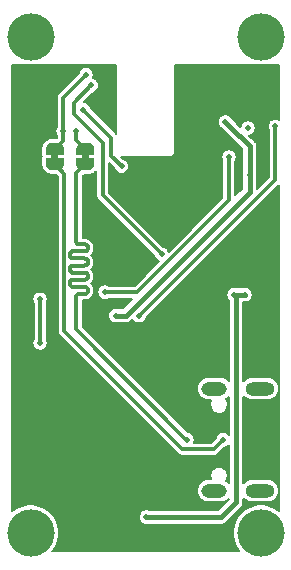
<source format=gbr>
G04 #@! TF.GenerationSoftware,KiCad,Pcbnew,(5.1.5-0-10_14)*
G04 #@! TF.CreationDate,2021-01-28T10:40:12+01:00*
G04 #@! TF.ProjectId,s1-popout-board,73312d70-6f70-46f7-9574-2d626f617264,2*
G04 #@! TF.SameCoordinates,Original*
G04 #@! TF.FileFunction,Copper,L2,Bot*
G04 #@! TF.FilePolarity,Positive*
%FSLAX46Y46*%
G04 Gerber Fmt 4.6, Leading zero omitted, Abs format (unit mm)*
G04 Created by KiCad (PCBNEW (5.1.5-0-10_14)) date 2021-01-28 10:40:12*
%MOMM*%
%LPD*%
G04 APERTURE LIST*
%ADD10C,0.100000*%
%ADD11O,2.158000X1.158000*%
%ADD12O,2.458000X1.158000*%
%ADD13C,4.000000*%
%ADD14C,0.500000*%
%ADD15C,0.300000*%
%ADD16C,0.450000*%
%ADD17C,0.200000*%
G04 APERTURE END LIST*
D10*
G36*
X99560000Y-53810000D02*
G01*
X99560000Y-54310000D01*
X98960000Y-54310000D01*
X98960000Y-53810000D01*
X99560000Y-53810000D01*
G37*
G36*
X102130000Y-53810000D02*
G01*
X102130000Y-54310000D01*
X101530000Y-54310000D01*
X101530000Y-53810000D01*
X102130000Y-53810000D01*
G37*
G04 #@! TA.AperFunction,SMDPad,CuDef*
G36*
X100010000Y-54210000D02*
G01*
X100010000Y-54710000D01*
X100009398Y-54710000D01*
X100009398Y-54734534D01*
X100004588Y-54783365D01*
X99995016Y-54831490D01*
X99980772Y-54878445D01*
X99961995Y-54923778D01*
X99938864Y-54967051D01*
X99911604Y-55007850D01*
X99880476Y-55045779D01*
X99845779Y-55080476D01*
X99807850Y-55111604D01*
X99767051Y-55138864D01*
X99723778Y-55161995D01*
X99678445Y-55180772D01*
X99631490Y-55195016D01*
X99583365Y-55204588D01*
X99534534Y-55209398D01*
X99510000Y-55209398D01*
X99510000Y-55210000D01*
X99010000Y-55210000D01*
X99010000Y-55209398D01*
X98985466Y-55209398D01*
X98936635Y-55204588D01*
X98888510Y-55195016D01*
X98841555Y-55180772D01*
X98796222Y-55161995D01*
X98752949Y-55138864D01*
X98712150Y-55111604D01*
X98674221Y-55080476D01*
X98639524Y-55045779D01*
X98608396Y-55007850D01*
X98581136Y-54967051D01*
X98558005Y-54923778D01*
X98539228Y-54878445D01*
X98524984Y-54831490D01*
X98515412Y-54783365D01*
X98510602Y-54734534D01*
X98510602Y-54710000D01*
X98510000Y-54710000D01*
X98510000Y-54210000D01*
X100010000Y-54210000D01*
G37*
G04 #@! TD.AperFunction*
G04 #@! TA.AperFunction,SMDPad,CuDef*
G36*
X98510602Y-53410000D02*
G01*
X98510602Y-53385466D01*
X98515412Y-53336635D01*
X98524984Y-53288510D01*
X98539228Y-53241555D01*
X98558005Y-53196222D01*
X98581136Y-53152949D01*
X98608396Y-53112150D01*
X98639524Y-53074221D01*
X98674221Y-53039524D01*
X98712150Y-53008396D01*
X98752949Y-52981136D01*
X98796222Y-52958005D01*
X98841555Y-52939228D01*
X98888510Y-52924984D01*
X98936635Y-52915412D01*
X98985466Y-52910602D01*
X99010000Y-52910602D01*
X99010000Y-52910000D01*
X99510000Y-52910000D01*
X99510000Y-52910602D01*
X99534534Y-52910602D01*
X99583365Y-52915412D01*
X99631490Y-52924984D01*
X99678445Y-52939228D01*
X99723778Y-52958005D01*
X99767051Y-52981136D01*
X99807850Y-53008396D01*
X99845779Y-53039524D01*
X99880476Y-53074221D01*
X99911604Y-53112150D01*
X99938864Y-53152949D01*
X99961995Y-53196222D01*
X99980772Y-53241555D01*
X99995016Y-53288510D01*
X100004588Y-53336635D01*
X100009398Y-53385466D01*
X100009398Y-53410000D01*
X100010000Y-53410000D01*
X100010000Y-53910000D01*
X98510000Y-53910000D01*
X98510000Y-53410000D01*
X98510602Y-53410000D01*
G37*
G04 #@! TD.AperFunction*
G04 #@! TA.AperFunction,SMDPad,CuDef*
G36*
X102580000Y-54210000D02*
G01*
X102580000Y-54710000D01*
X102579398Y-54710000D01*
X102579398Y-54734534D01*
X102574588Y-54783365D01*
X102565016Y-54831490D01*
X102550772Y-54878445D01*
X102531995Y-54923778D01*
X102508864Y-54967051D01*
X102481604Y-55007850D01*
X102450476Y-55045779D01*
X102415779Y-55080476D01*
X102377850Y-55111604D01*
X102337051Y-55138864D01*
X102293778Y-55161995D01*
X102248445Y-55180772D01*
X102201490Y-55195016D01*
X102153365Y-55204588D01*
X102104534Y-55209398D01*
X102080000Y-55209398D01*
X102080000Y-55210000D01*
X101580000Y-55210000D01*
X101580000Y-55209398D01*
X101555466Y-55209398D01*
X101506635Y-55204588D01*
X101458510Y-55195016D01*
X101411555Y-55180772D01*
X101366222Y-55161995D01*
X101322949Y-55138864D01*
X101282150Y-55111604D01*
X101244221Y-55080476D01*
X101209524Y-55045779D01*
X101178396Y-55007850D01*
X101151136Y-54967051D01*
X101128005Y-54923778D01*
X101109228Y-54878445D01*
X101094984Y-54831490D01*
X101085412Y-54783365D01*
X101080602Y-54734534D01*
X101080602Y-54710000D01*
X101080000Y-54710000D01*
X101080000Y-54210000D01*
X102580000Y-54210000D01*
G37*
G04 #@! TD.AperFunction*
G04 #@! TA.AperFunction,SMDPad,CuDef*
G36*
X101080602Y-53410000D02*
G01*
X101080602Y-53385466D01*
X101085412Y-53336635D01*
X101094984Y-53288510D01*
X101109228Y-53241555D01*
X101128005Y-53196222D01*
X101151136Y-53152949D01*
X101178396Y-53112150D01*
X101209524Y-53074221D01*
X101244221Y-53039524D01*
X101282150Y-53008396D01*
X101322949Y-52981136D01*
X101366222Y-52958005D01*
X101411555Y-52939228D01*
X101458510Y-52924984D01*
X101506635Y-52915412D01*
X101555466Y-52910602D01*
X101580000Y-52910602D01*
X101580000Y-52910000D01*
X102080000Y-52910000D01*
X102080000Y-52910602D01*
X102104534Y-52910602D01*
X102153365Y-52915412D01*
X102201490Y-52924984D01*
X102248445Y-52939228D01*
X102293778Y-52958005D01*
X102337051Y-52981136D01*
X102377850Y-53008396D01*
X102415779Y-53039524D01*
X102450476Y-53074221D01*
X102481604Y-53112150D01*
X102508864Y-53152949D01*
X102531995Y-53196222D01*
X102550772Y-53241555D01*
X102565016Y-53288510D01*
X102574588Y-53336635D01*
X102579398Y-53385466D01*
X102579398Y-53410000D01*
X102580000Y-53410000D01*
X102580000Y-53910000D01*
X101080000Y-53910000D01*
X101080000Y-53410000D01*
X101080602Y-53410000D01*
G37*
G04 #@! TD.AperFunction*
D11*
X112770999Y-73730399D03*
D12*
X116596000Y-73729999D03*
D11*
X112770999Y-82370002D03*
D12*
X116596000Y-82370002D03*
D13*
X97200000Y-43950000D03*
X116700000Y-43950000D03*
X116700000Y-85925000D03*
X97200000Y-85925000D03*
D14*
X115600000Y-51650000D03*
X102800000Y-46700000D03*
X112200000Y-46600000D03*
X117400000Y-46900000D03*
X114900000Y-46600000D03*
X117750000Y-49100000D03*
X117150000Y-62400000D03*
X117150000Y-64050000D03*
X113620000Y-61680000D03*
X117200000Y-67600000D03*
X117200000Y-69350000D03*
X112800000Y-69750000D03*
X112400000Y-66400000D03*
X102200000Y-75150000D03*
X108070000Y-71880000D03*
X106060000Y-71880000D03*
X102200000Y-73250000D03*
X97350000Y-76800000D03*
X97350000Y-79200000D03*
X96700000Y-72800000D03*
X96580000Y-65870000D03*
X96950000Y-60700000D03*
X97000000Y-55600000D03*
X97400000Y-51250000D03*
X106950000Y-57250000D03*
X106760000Y-59360000D03*
X109320000Y-60600000D03*
X104950000Y-63250000D03*
X105530000Y-79310000D03*
X100800000Y-79100000D03*
X117150000Y-80900000D03*
X117050000Y-78050000D03*
X117050000Y-75250000D03*
X113550000Y-86750000D03*
X107400000Y-86850000D03*
X101550000Y-86950000D03*
X96200000Y-83100000D03*
X101670000Y-82900000D03*
X104280000Y-82990000D03*
X110500000Y-81600000D03*
X113550000Y-79750000D03*
X113550000Y-76450000D03*
X96250000Y-46700000D03*
X99550000Y-46700000D03*
X110900000Y-50850000D03*
X108050000Y-78300000D03*
X108800000Y-79050000D03*
X104300000Y-75150000D03*
X104950000Y-61550000D03*
X108850000Y-67550000D03*
X112300000Y-72100000D03*
X110160000Y-74390000D03*
X99120000Y-52300000D03*
X115790000Y-59780000D03*
X117260000Y-53290000D03*
X98000000Y-69850000D03*
X98000000Y-66150000D03*
X101900000Y-47150000D03*
X99950000Y-51900000D03*
X101050000Y-51900000D03*
X102350000Y-48050000D03*
X108290000Y-62340000D03*
X107000000Y-84600000D03*
X114414998Y-65770000D03*
X115350000Y-65770000D03*
X115750000Y-55610002D03*
X104400000Y-67550000D03*
X113700000Y-51150000D03*
X114000000Y-54100000D03*
X103500000Y-65550000D03*
X106400000Y-67550000D03*
X117930000Y-51510004D03*
X101650000Y-50100000D03*
X104899992Y-54900000D03*
X113500000Y-78050000D03*
X110450000Y-78050000D03*
D15*
X98000000Y-69850000D02*
X98000000Y-66150000D01*
X99950000Y-49100000D02*
X99950000Y-51900000D01*
X101900000Y-47150000D02*
X99950000Y-49100000D01*
X99950000Y-52720000D02*
X99260000Y-53410000D01*
X99950000Y-51900000D02*
X99950000Y-52720000D01*
X101050000Y-51930000D02*
X101050000Y-51900000D01*
X101050000Y-52630000D02*
X101050000Y-51930000D01*
X101830000Y-53410000D02*
X101050000Y-52630000D01*
X100850000Y-49550000D02*
X102350000Y-48050000D01*
X100850000Y-50450000D02*
X100850000Y-49550000D01*
X103300000Y-52900000D02*
X100850000Y-50450000D01*
X103300000Y-57350000D02*
X103300000Y-52900000D01*
X108290000Y-62340000D02*
X103300000Y-57350000D01*
D16*
X114600000Y-83350000D02*
X114600000Y-65955002D01*
X113350000Y-84600000D02*
X114600000Y-83350000D01*
X114600000Y-65955002D02*
X114414998Y-65770000D01*
X107000000Y-84600000D02*
X113350000Y-84600000D01*
X114414998Y-65770000D02*
X115350000Y-65770000D01*
X115750000Y-56034266D02*
X115750000Y-55610002D01*
X115750000Y-57050000D02*
X115750000Y-56034266D01*
X105250000Y-67550000D02*
X115750000Y-57050000D01*
X104400000Y-67550000D02*
X105250000Y-67550000D01*
X115750000Y-55610002D02*
X115750000Y-53200000D01*
X113999999Y-51449999D02*
X113700000Y-51150000D01*
X115750000Y-53200000D02*
X113999999Y-51449999D01*
D15*
X114000000Y-57788004D02*
X106238004Y-65550000D01*
X103924264Y-65550000D02*
X103500000Y-65550000D01*
X114000000Y-54100000D02*
X114000000Y-57788004D01*
X106238004Y-65550000D02*
X103924264Y-65550000D01*
X106400000Y-67550000D02*
X117930000Y-56020000D01*
X117930000Y-56020000D02*
X117930000Y-51510004D01*
X104050000Y-52500000D02*
X104050000Y-54050008D01*
X104050000Y-54050008D02*
X104899992Y-54900000D01*
X101650000Y-50100000D02*
X104050000Y-52500000D01*
X100070000Y-68870000D02*
X100070000Y-55520000D01*
X110050000Y-78850000D02*
X100070000Y-68870000D01*
X100070000Y-55520000D02*
X99260000Y-54710000D01*
X112700000Y-78850000D02*
X110050000Y-78850000D01*
X113500000Y-78050000D02*
X112700000Y-78850000D01*
X101050000Y-61200000D02*
X101050000Y-55490000D01*
X101057521Y-61266756D02*
X101050000Y-61200000D01*
X101115450Y-61387046D02*
X101079709Y-61330165D01*
X101219834Y-61470290D02*
X101162953Y-61434549D01*
X101816756Y-61507521D02*
X101750000Y-61500000D01*
X101283243Y-61492478D02*
X101219834Y-61470290D01*
X101937046Y-61565450D02*
X101880165Y-61529709D01*
X102020290Y-61669834D02*
X101984549Y-61612953D01*
X102042478Y-61733243D02*
X102020290Y-61669834D01*
X102050000Y-61800000D02*
X102042478Y-61733243D01*
X102042478Y-61866756D02*
X102050000Y-61800000D01*
X101984549Y-61987046D02*
X102020290Y-61930165D01*
X101816756Y-62092478D02*
X101880165Y-62070290D01*
X101750000Y-62100000D02*
X101816756Y-62092478D01*
X100744370Y-62106268D02*
X100800000Y-62100000D01*
X100604543Y-62194127D02*
X100644128Y-62154542D01*
X100574758Y-62241529D02*
X100604543Y-62194127D01*
X101880165Y-62070290D02*
X101937046Y-62034549D01*
X100556269Y-62294369D02*
X100574758Y-62241529D01*
X102020290Y-65530165D02*
X102042478Y-65466756D01*
X100556269Y-62505630D02*
X100550000Y-62450000D01*
X100550000Y-62350000D02*
X100556269Y-62294369D01*
X100550000Y-62450000D02*
X100550000Y-62350000D01*
X102020290Y-65269834D02*
X101984549Y-65212953D01*
X100574758Y-62558470D02*
X100556269Y-62505630D01*
X100604543Y-62605872D02*
X100574758Y-62558470D01*
X100644128Y-62645457D02*
X100604543Y-62605872D01*
X100556269Y-64905630D02*
X100550000Y-64850000D01*
X100744370Y-62693731D02*
X100691530Y-62675242D01*
X101750000Y-61500000D02*
X101350000Y-61500000D01*
X100800000Y-62700000D02*
X100744370Y-62693731D01*
X100604543Y-65005872D02*
X100574758Y-64958470D01*
X100691530Y-63875242D02*
X100644128Y-63845457D01*
X101816756Y-62707521D02*
X101750000Y-62700000D01*
X100574758Y-64958470D02*
X100556269Y-64905630D01*
X102042478Y-62933243D02*
X102020290Y-62869834D01*
X101880165Y-62729709D02*
X101816756Y-62707521D01*
X102050000Y-63000000D02*
X102042478Y-62933243D01*
X101937046Y-62034549D02*
X101984549Y-61987046D01*
X100691530Y-63324757D02*
X100744370Y-63306268D01*
X102042478Y-63066756D02*
X102050000Y-63000000D01*
X101984549Y-63187046D02*
X102020290Y-63130165D01*
X100744370Y-63306268D02*
X100800000Y-63300000D01*
X100604543Y-63394127D02*
X100644128Y-63354542D01*
X100644128Y-62154542D02*
X100691530Y-62124757D01*
X100574758Y-63441529D02*
X100604543Y-63394127D01*
X100556269Y-63494369D02*
X100574758Y-63441529D01*
X100550000Y-63550000D02*
X100556269Y-63494369D01*
X100550000Y-63650000D02*
X100550000Y-63550000D01*
X102020290Y-61930165D02*
X102042478Y-61866756D01*
X100556269Y-63705630D02*
X100550000Y-63650000D01*
X100800000Y-62100000D02*
X101750000Y-62100000D01*
X101984549Y-62812953D02*
X101937046Y-62765450D01*
X100604543Y-63805872D02*
X100574758Y-63758470D01*
X101937046Y-62765450D02*
X101880165Y-62729709D01*
X100800000Y-63900000D02*
X100744370Y-63893731D01*
X101750000Y-63900000D02*
X100800000Y-63900000D01*
X100644128Y-63845457D02*
X100604543Y-63805872D01*
X101880165Y-63929709D02*
X101816756Y-63907521D01*
X101937046Y-63234549D02*
X101984549Y-63187046D01*
X100644128Y-63354542D02*
X100691530Y-63324757D01*
X101984549Y-64012953D02*
X101937046Y-63965450D01*
X101079709Y-61330165D02*
X101057521Y-61266756D01*
X102042478Y-64133243D02*
X102020290Y-64069834D01*
X100691530Y-65075242D02*
X100644128Y-65045457D01*
X102042478Y-64266756D02*
X102050000Y-64200000D01*
X101984549Y-64387046D02*
X102020290Y-64330165D01*
X101937046Y-64434549D02*
X101984549Y-64387046D01*
X100800000Y-63300000D02*
X101750000Y-63300000D01*
X100644128Y-64554542D02*
X100691530Y-64524757D01*
X101880165Y-64470290D02*
X101937046Y-64434549D01*
X100800000Y-64500000D02*
X101750000Y-64500000D01*
X102020290Y-64330165D02*
X102042478Y-64266756D01*
X101880165Y-61529709D02*
X101816756Y-61507521D01*
X101750000Y-64500000D02*
X101816756Y-64492478D01*
X110450000Y-78050000D02*
X110400000Y-78050000D01*
X101162953Y-61434549D02*
X101115450Y-61387046D01*
X101880165Y-65670290D02*
X101937046Y-65634549D01*
X100691530Y-62124757D02*
X100744370Y-62106268D01*
X100744370Y-64506268D02*
X100800000Y-64500000D01*
X110400000Y-78050000D02*
X101050000Y-68700000D01*
X100691530Y-64524757D02*
X100744370Y-64506268D01*
X101816756Y-64492478D02*
X101880165Y-64470290D01*
X100644128Y-65045457D02*
X100604543Y-65005872D01*
X101984549Y-61612953D02*
X101937046Y-61565450D01*
X100574758Y-64641529D02*
X100604543Y-64594127D01*
X100574758Y-63758470D02*
X100556269Y-63705630D01*
X100550000Y-64850000D02*
X100550000Y-64750000D01*
X101816756Y-63907521D02*
X101750000Y-63900000D01*
X102042478Y-65466756D02*
X102050000Y-65400000D01*
X101750000Y-62700000D02*
X100800000Y-62700000D01*
X100550000Y-64750000D02*
X100556269Y-64694369D01*
X101750000Y-63300000D02*
X101816756Y-63292478D01*
X101816756Y-65107521D02*
X101750000Y-65100000D01*
X100604543Y-64594127D02*
X100644128Y-64554542D01*
X101079709Y-65869834D02*
X101115450Y-65812953D01*
X100800000Y-65100000D02*
X100744370Y-65093731D01*
X101750000Y-65100000D02*
X100800000Y-65100000D01*
X101880165Y-65129709D02*
X101816756Y-65107521D01*
X101880165Y-63270290D02*
X101937046Y-63234549D01*
X101816756Y-63292478D02*
X101880165Y-63270290D01*
X101050000Y-55490000D02*
X101830000Y-54710000D01*
X101750000Y-65700000D02*
X101816756Y-65692478D01*
X101937046Y-65165450D02*
X101880165Y-65129709D01*
X102020290Y-64069834D02*
X101984549Y-64012953D01*
X101937046Y-65634549D02*
X101984549Y-65587046D01*
X102042478Y-65333243D02*
X102020290Y-65269834D01*
X100744370Y-65093731D02*
X100691530Y-65075242D01*
X101984549Y-65587046D02*
X102020290Y-65530165D01*
X101350000Y-61500000D02*
X101283243Y-61492478D01*
X101984549Y-65212953D02*
X101937046Y-65165450D01*
X102020290Y-63130165D02*
X102042478Y-63066756D01*
X100556269Y-64694369D02*
X100574758Y-64641529D01*
X101816756Y-65692478D02*
X101880165Y-65670290D01*
X101350000Y-65700000D02*
X101750000Y-65700000D01*
X101283243Y-65707521D02*
X101350000Y-65700000D01*
X100691530Y-62675242D02*
X100644128Y-62645457D01*
X100744370Y-63893731D02*
X100691530Y-63875242D01*
X101219834Y-65729709D02*
X101283243Y-65707521D01*
X102050000Y-65400000D02*
X102042478Y-65333243D01*
X101050000Y-68700000D02*
X101050000Y-66000000D01*
X101162953Y-65765450D02*
X101219834Y-65729709D01*
X101057521Y-65933243D02*
X101079709Y-65869834D01*
X102020290Y-62869834D02*
X101984549Y-62812953D01*
X101937046Y-63965450D02*
X101880165Y-63929709D01*
X101050000Y-66000000D02*
X101057521Y-65933243D01*
X102050000Y-64200000D02*
X102042478Y-64133243D01*
X101115450Y-65812953D02*
X101162953Y-65765450D01*
D17*
G36*
X96963621Y-46350000D02*
G01*
X97436379Y-46350000D01*
X97687748Y-46300000D01*
X104475000Y-46300000D01*
X104475001Y-52150896D01*
X104458013Y-52130196D01*
X104440790Y-52109210D01*
X104419804Y-52091987D01*
X102284159Y-49956342D01*
X102275021Y-49910402D01*
X102226022Y-49792110D01*
X102154888Y-49685649D01*
X102064351Y-49595112D01*
X101957890Y-49523978D01*
X101839598Y-49474979D01*
X101725528Y-49452289D01*
X102493659Y-48684159D01*
X102539598Y-48675021D01*
X102657890Y-48626022D01*
X102764351Y-48554888D01*
X102854888Y-48464351D01*
X102926022Y-48357890D01*
X102975021Y-48239598D01*
X103000000Y-48114019D01*
X103000000Y-47985981D01*
X102975021Y-47860402D01*
X102926022Y-47742110D01*
X102854888Y-47635649D01*
X102764351Y-47545112D01*
X102657890Y-47473978D01*
X102539598Y-47424979D01*
X102493456Y-47415801D01*
X102525021Y-47339598D01*
X102550000Y-47214019D01*
X102550000Y-47085981D01*
X102525021Y-46960402D01*
X102476022Y-46842110D01*
X102404888Y-46735649D01*
X102314351Y-46645112D01*
X102207890Y-46573978D01*
X102089598Y-46524979D01*
X101964019Y-46500000D01*
X101835981Y-46500000D01*
X101710402Y-46524979D01*
X101592110Y-46573978D01*
X101485649Y-46645112D01*
X101395112Y-46735649D01*
X101323978Y-46842110D01*
X101274979Y-46960402D01*
X101265841Y-47006341D01*
X99580196Y-48691987D01*
X99559210Y-48709210D01*
X99490479Y-48792958D01*
X99439408Y-48888507D01*
X99407958Y-48992182D01*
X99400000Y-49072983D01*
X99400000Y-49072992D01*
X99397340Y-49100000D01*
X99400000Y-49127008D01*
X99400001Y-51553163D01*
X99373978Y-51592110D01*
X99324979Y-51710402D01*
X99300000Y-51835981D01*
X99300000Y-51964019D01*
X99324979Y-52089598D01*
X99373978Y-52207890D01*
X99400000Y-52246835D01*
X99400000Y-52492182D01*
X99384117Y-52508065D01*
X99010000Y-52508065D01*
X98985551Y-52510473D01*
X98960991Y-52510473D01*
X98882578Y-52518196D01*
X98786445Y-52537318D01*
X98711046Y-52560190D01*
X98620490Y-52597699D01*
X98550999Y-52634842D01*
X98469500Y-52689298D01*
X98408592Y-52739284D01*
X98339284Y-52808592D01*
X98289298Y-52869500D01*
X98234842Y-52950999D01*
X98197699Y-53020490D01*
X98160190Y-53111046D01*
X98137318Y-53186445D01*
X98118196Y-53282578D01*
X98110473Y-53360991D01*
X98110473Y-53385551D01*
X98108065Y-53410000D01*
X98108065Y-53910000D01*
X98115788Y-53988414D01*
X98137503Y-54060000D01*
X98115788Y-54131586D01*
X98108065Y-54210000D01*
X98108065Y-54710000D01*
X98110473Y-54734449D01*
X98110473Y-54759009D01*
X98118196Y-54837422D01*
X98137318Y-54933555D01*
X98160190Y-55008954D01*
X98197699Y-55099510D01*
X98234842Y-55169001D01*
X98289298Y-55250500D01*
X98339284Y-55311408D01*
X98408592Y-55380716D01*
X98469500Y-55430702D01*
X98550999Y-55485158D01*
X98620490Y-55522301D01*
X98711046Y-55559810D01*
X98786445Y-55582682D01*
X98882578Y-55601804D01*
X98960991Y-55609527D01*
X98985551Y-55609527D01*
X99010000Y-55611935D01*
X99384117Y-55611935D01*
X99520001Y-55747819D01*
X99520000Y-68842992D01*
X99517340Y-68870000D01*
X99520000Y-68897008D01*
X99520000Y-68897017D01*
X99527958Y-68977818D01*
X99559408Y-69081493D01*
X99610479Y-69177042D01*
X99679210Y-69260790D01*
X99700196Y-69278013D01*
X109641992Y-79219810D01*
X109659210Y-79240790D01*
X109680190Y-79258008D01*
X109680195Y-79258013D01*
X109732097Y-79300607D01*
X109742958Y-79309521D01*
X109838506Y-79360592D01*
X109942181Y-79392042D01*
X110022982Y-79400000D01*
X110022991Y-79400000D01*
X110049999Y-79402660D01*
X110077007Y-79400000D01*
X112672992Y-79400000D01*
X112700000Y-79402660D01*
X112727008Y-79400000D01*
X112727018Y-79400000D01*
X112807819Y-79392042D01*
X112911494Y-79360592D01*
X113007042Y-79309521D01*
X113090790Y-79240790D01*
X113108013Y-79219804D01*
X113643659Y-78684159D01*
X113689598Y-78675021D01*
X113807890Y-78626022D01*
X113914351Y-78554888D01*
X113975000Y-78494239D01*
X113975000Y-81684625D01*
X113966605Y-81674396D01*
X113817533Y-81552055D01*
X113723921Y-81502018D01*
X113796487Y-81393416D01*
X113851139Y-81261475D01*
X113879000Y-81121406D01*
X113879000Y-80978594D01*
X113851139Y-80838525D01*
X113796487Y-80706584D01*
X113717144Y-80587839D01*
X113616161Y-80486856D01*
X113497416Y-80407513D01*
X113365475Y-80352861D01*
X113225406Y-80325000D01*
X113082594Y-80325000D01*
X112942525Y-80352861D01*
X112810584Y-80407513D01*
X112691839Y-80486856D01*
X112590856Y-80587839D01*
X112511513Y-80706584D01*
X112456861Y-80838525D01*
X112429000Y-80978594D01*
X112429000Y-81121406D01*
X112456861Y-81261475D01*
X112510513Y-81391002D01*
X112222913Y-81391002D01*
X112079082Y-81405168D01*
X111894540Y-81461148D01*
X111724465Y-81552055D01*
X111575393Y-81674396D01*
X111453052Y-81823468D01*
X111362145Y-81993543D01*
X111306165Y-82178085D01*
X111287263Y-82370002D01*
X111306165Y-82561919D01*
X111362145Y-82746461D01*
X111453052Y-82916536D01*
X111575393Y-83065608D01*
X111724465Y-83187949D01*
X111894540Y-83278856D01*
X112079082Y-83334836D01*
X112222913Y-83349002D01*
X113319085Y-83349002D01*
X113462916Y-83334836D01*
X113647458Y-83278856D01*
X113817533Y-83187949D01*
X113966605Y-83065608D01*
X113975000Y-83055379D01*
X113975000Y-83091117D01*
X113091118Y-83975000D01*
X107189649Y-83975000D01*
X107189598Y-83974979D01*
X107064019Y-83950000D01*
X106935981Y-83950000D01*
X106810402Y-83974979D01*
X106692110Y-84023978D01*
X106585649Y-84095112D01*
X106495112Y-84185649D01*
X106423978Y-84292110D01*
X106374979Y-84410402D01*
X106350000Y-84535981D01*
X106350000Y-84664019D01*
X106374979Y-84789598D01*
X106423978Y-84907890D01*
X106495112Y-85014351D01*
X106585649Y-85104888D01*
X106692110Y-85176022D01*
X106810402Y-85225021D01*
X106935981Y-85250000D01*
X107064019Y-85250000D01*
X107189598Y-85225021D01*
X107189649Y-85225000D01*
X113319306Y-85225000D01*
X113350000Y-85228023D01*
X113380694Y-85225000D01*
X113380704Y-85225000D01*
X113472521Y-85215957D01*
X113590334Y-85180219D01*
X113698911Y-85122183D01*
X113794080Y-85044080D01*
X113813658Y-85020224D01*
X115020230Y-83813653D01*
X115044080Y-83794080D01*
X115122183Y-83698911D01*
X115180219Y-83590334D01*
X115215957Y-83472521D01*
X115225000Y-83380704D01*
X115225000Y-83380694D01*
X115228023Y-83350000D01*
X115225000Y-83319306D01*
X115225000Y-83034666D01*
X115250394Y-83065608D01*
X115399466Y-83187949D01*
X115569541Y-83278856D01*
X115754083Y-83334836D01*
X115897914Y-83349002D01*
X117294086Y-83349002D01*
X117437917Y-83334836D01*
X117622459Y-83278856D01*
X117792534Y-83187949D01*
X117941606Y-83065608D01*
X118063947Y-82916536D01*
X118154854Y-82746461D01*
X118210834Y-82561919D01*
X118229736Y-82370002D01*
X118210834Y-82178085D01*
X118154854Y-81993543D01*
X118063947Y-81823468D01*
X117941606Y-81674396D01*
X117792534Y-81552055D01*
X117622459Y-81461148D01*
X117437917Y-81405168D01*
X117294086Y-81391002D01*
X115897914Y-81391002D01*
X115754083Y-81405168D01*
X115569541Y-81461148D01*
X115399466Y-81552055D01*
X115250394Y-81674396D01*
X115225000Y-81705338D01*
X115225000Y-74394663D01*
X115250394Y-74425605D01*
X115399466Y-74547946D01*
X115569541Y-74638853D01*
X115754083Y-74694833D01*
X115897914Y-74708999D01*
X117294086Y-74708999D01*
X117437917Y-74694833D01*
X117622459Y-74638853D01*
X117792534Y-74547946D01*
X117941606Y-74425605D01*
X118063947Y-74276533D01*
X118154854Y-74106458D01*
X118210834Y-73921916D01*
X118229736Y-73729999D01*
X118210834Y-73538082D01*
X118154854Y-73353540D01*
X118063947Y-73183465D01*
X117941606Y-73034393D01*
X117792534Y-72912052D01*
X117622459Y-72821145D01*
X117437917Y-72765165D01*
X117294086Y-72750999D01*
X115897914Y-72750999D01*
X115754083Y-72765165D01*
X115569541Y-72821145D01*
X115399466Y-72912052D01*
X115250394Y-73034393D01*
X115225000Y-73065335D01*
X115225000Y-66407870D01*
X115285981Y-66420000D01*
X115414019Y-66420000D01*
X115539598Y-66395021D01*
X115657890Y-66346022D01*
X115764351Y-66274888D01*
X115854888Y-66184351D01*
X115926022Y-66077890D01*
X115975021Y-65959598D01*
X116000000Y-65834019D01*
X116000000Y-65705981D01*
X115975021Y-65580402D01*
X115926022Y-65462110D01*
X115854888Y-65355649D01*
X115764351Y-65265112D01*
X115657890Y-65193978D01*
X115539598Y-65144979D01*
X115414019Y-65120000D01*
X115285981Y-65120000D01*
X115160402Y-65144979D01*
X115160351Y-65145000D01*
X114604647Y-65145000D01*
X114604596Y-65144979D01*
X114479017Y-65120000D01*
X114350979Y-65120000D01*
X114225400Y-65144979D01*
X114107108Y-65193978D01*
X114000647Y-65265112D01*
X113910110Y-65355649D01*
X113838976Y-65462110D01*
X113789977Y-65580402D01*
X113764998Y-65705981D01*
X113764998Y-65834019D01*
X113789977Y-65959598D01*
X113838976Y-66077890D01*
X113910110Y-66184351D01*
X113975001Y-66249242D01*
X113975001Y-73045023D01*
X113966605Y-73034793D01*
X113817533Y-72912452D01*
X113647458Y-72821545D01*
X113462916Y-72765565D01*
X113319085Y-72751399D01*
X112222913Y-72751399D01*
X112079082Y-72765565D01*
X111894540Y-72821545D01*
X111724465Y-72912452D01*
X111575393Y-73034793D01*
X111453052Y-73183865D01*
X111362145Y-73353940D01*
X111306165Y-73538482D01*
X111287263Y-73730399D01*
X111306165Y-73922316D01*
X111362145Y-74106858D01*
X111453052Y-74276933D01*
X111575393Y-74426005D01*
X111724465Y-74548346D01*
X111894540Y-74639253D01*
X112079082Y-74695233D01*
X112222913Y-74709399D01*
X112469365Y-74709399D01*
X112439492Y-74807877D01*
X112429001Y-74914395D01*
X112429001Y-75185608D01*
X112439492Y-75292126D01*
X112480948Y-75428789D01*
X112548270Y-75554738D01*
X112638870Y-75665133D01*
X112749265Y-75755732D01*
X112875214Y-75823054D01*
X113011877Y-75864510D01*
X113154001Y-75878508D01*
X113296126Y-75864510D01*
X113432789Y-75823054D01*
X113558738Y-75755732D01*
X113669133Y-75665133D01*
X113759732Y-75554738D01*
X113827054Y-75428788D01*
X113868510Y-75292125D01*
X113879001Y-75185607D01*
X113879001Y-74914394D01*
X113868510Y-74807876D01*
X113827054Y-74671213D01*
X113773858Y-74571691D01*
X113817533Y-74548346D01*
X113966605Y-74426005D01*
X113975001Y-74415775D01*
X113975000Y-77605761D01*
X113914351Y-77545112D01*
X113807890Y-77473978D01*
X113689598Y-77424979D01*
X113564019Y-77400000D01*
X113435981Y-77400000D01*
X113310402Y-77424979D01*
X113192110Y-77473978D01*
X113085649Y-77545112D01*
X112995112Y-77635649D01*
X112923978Y-77742110D01*
X112874979Y-77860402D01*
X112865841Y-77906341D01*
X112472183Y-78300000D01*
X111050001Y-78300000D01*
X111075021Y-78239598D01*
X111100000Y-78114019D01*
X111100000Y-77985981D01*
X111075021Y-77860402D01*
X111026022Y-77742110D01*
X110954888Y-77635649D01*
X110864351Y-77545112D01*
X110757890Y-77473978D01*
X110639598Y-77424979D01*
X110531243Y-77403426D01*
X101600000Y-68472183D01*
X101600000Y-66250000D01*
X101699728Y-66250000D01*
X101703552Y-66250705D01*
X101753801Y-66250000D01*
X101777018Y-66250000D01*
X101780875Y-66249620D01*
X101784735Y-66249566D01*
X101807717Y-66246976D01*
X101857819Y-66242042D01*
X101860905Y-66241106D01*
X101894014Y-66239712D01*
X101939151Y-66228741D01*
X101984589Y-66219038D01*
X102016618Y-66205241D01*
X102043612Y-66195796D01*
X102077257Y-66186612D01*
X102118812Y-66165877D01*
X102160960Y-66146303D01*
X102189124Y-66125719D01*
X102213325Y-66110512D01*
X102244088Y-66094070D01*
X102280009Y-66064590D01*
X102316724Y-66036144D01*
X102339594Y-66009818D01*
X102359818Y-65989594D01*
X102386144Y-65966724D01*
X102414597Y-65929999D01*
X102444069Y-65894088D01*
X102460508Y-65863333D01*
X102475719Y-65839124D01*
X102496303Y-65810960D01*
X102515873Y-65768820D01*
X102536612Y-65727257D01*
X102545797Y-65693609D01*
X102555240Y-65666622D01*
X102569038Y-65634589D01*
X102578741Y-65589151D01*
X102589712Y-65544014D01*
X102591179Y-65509172D01*
X102594383Y-65480740D01*
X102600705Y-65446448D01*
X102600053Y-65400000D01*
X102600705Y-65353553D01*
X102594382Y-65319257D01*
X102591179Y-65290829D01*
X102589712Y-65255985D01*
X102578743Y-65210855D01*
X102569039Y-65165411D01*
X102555239Y-65133374D01*
X102545797Y-65106390D01*
X102536612Y-65072742D01*
X102515873Y-65031179D01*
X102496303Y-64989039D01*
X102475719Y-64960875D01*
X102460508Y-64936666D01*
X102444069Y-64905911D01*
X102414597Y-64870000D01*
X102386144Y-64833275D01*
X102359818Y-64810405D01*
X102349413Y-64800000D01*
X102359818Y-64789594D01*
X102386144Y-64766724D01*
X102414597Y-64729999D01*
X102444069Y-64694088D01*
X102460508Y-64663333D01*
X102475719Y-64639124D01*
X102496303Y-64610960D01*
X102515873Y-64568820D01*
X102536612Y-64527257D01*
X102545797Y-64493609D01*
X102555240Y-64466622D01*
X102569038Y-64434589D01*
X102578741Y-64389151D01*
X102589712Y-64344014D01*
X102591179Y-64309172D01*
X102594383Y-64280740D01*
X102600705Y-64246448D01*
X102600053Y-64200000D01*
X102600705Y-64153553D01*
X102594382Y-64119257D01*
X102591179Y-64090829D01*
X102589712Y-64055985D01*
X102578743Y-64010855D01*
X102569039Y-63965411D01*
X102555239Y-63933374D01*
X102545797Y-63906390D01*
X102536612Y-63872742D01*
X102515873Y-63831179D01*
X102496303Y-63789039D01*
X102475719Y-63760875D01*
X102460508Y-63736666D01*
X102444069Y-63705911D01*
X102414597Y-63670000D01*
X102386144Y-63633275D01*
X102359818Y-63610405D01*
X102349413Y-63600000D01*
X102359818Y-63589594D01*
X102386144Y-63566724D01*
X102414597Y-63529999D01*
X102444069Y-63494088D01*
X102460508Y-63463333D01*
X102475719Y-63439124D01*
X102496303Y-63410960D01*
X102515873Y-63368820D01*
X102536612Y-63327257D01*
X102545797Y-63293609D01*
X102555240Y-63266622D01*
X102569038Y-63234589D01*
X102578741Y-63189151D01*
X102589712Y-63144014D01*
X102591179Y-63109172D01*
X102594383Y-63080740D01*
X102600705Y-63046448D01*
X102600053Y-63000001D01*
X102600705Y-62953553D01*
X102594382Y-62919257D01*
X102591179Y-62890829D01*
X102589712Y-62855985D01*
X102578743Y-62810855D01*
X102569039Y-62765411D01*
X102555239Y-62733374D01*
X102545797Y-62706390D01*
X102536612Y-62672742D01*
X102515873Y-62631179D01*
X102496303Y-62589039D01*
X102475719Y-62560875D01*
X102460508Y-62536666D01*
X102444069Y-62505911D01*
X102414597Y-62470000D01*
X102386144Y-62433275D01*
X102359818Y-62410405D01*
X102349413Y-62400000D01*
X102359818Y-62389594D01*
X102386144Y-62366724D01*
X102414597Y-62329999D01*
X102444069Y-62294088D01*
X102460508Y-62263333D01*
X102475719Y-62239124D01*
X102496303Y-62210960D01*
X102515873Y-62168820D01*
X102536612Y-62127257D01*
X102545797Y-62093609D01*
X102555240Y-62066622D01*
X102569038Y-62034589D01*
X102578741Y-61989151D01*
X102589712Y-61944014D01*
X102591179Y-61909172D01*
X102594383Y-61880740D01*
X102600705Y-61846448D01*
X102600053Y-61800001D01*
X102600705Y-61753553D01*
X102594382Y-61719257D01*
X102591179Y-61690829D01*
X102589712Y-61655985D01*
X102578743Y-61610855D01*
X102569039Y-61565411D01*
X102555239Y-61533374D01*
X102545797Y-61506390D01*
X102536612Y-61472742D01*
X102515873Y-61431179D01*
X102496303Y-61389039D01*
X102475719Y-61360875D01*
X102460508Y-61336666D01*
X102444069Y-61305911D01*
X102414597Y-61270000D01*
X102386144Y-61233275D01*
X102359818Y-61210405D01*
X102339594Y-61190181D01*
X102316724Y-61163855D01*
X102280009Y-61135409D01*
X102244088Y-61105929D01*
X102213325Y-61089487D01*
X102189124Y-61074280D01*
X102160960Y-61053696D01*
X102118812Y-61034122D01*
X102077257Y-61013387D01*
X102043612Y-61004203D01*
X102016619Y-60994758D01*
X101984581Y-60980958D01*
X101939146Y-60971257D01*
X101894014Y-60960287D01*
X101860901Y-60958893D01*
X101857819Y-60957958D01*
X101807737Y-60953026D01*
X101784727Y-60950433D01*
X101780865Y-60950379D01*
X101777018Y-60950000D01*
X101753838Y-60950000D01*
X101703544Y-60949295D01*
X101699721Y-60950000D01*
X101600000Y-60950000D01*
X101600000Y-55717817D01*
X101705882Y-55611935D01*
X102080000Y-55611935D01*
X102104449Y-55609527D01*
X102129009Y-55609527D01*
X102207422Y-55601804D01*
X102303555Y-55582682D01*
X102378954Y-55559810D01*
X102469510Y-55522301D01*
X102539001Y-55485158D01*
X102620500Y-55430702D01*
X102681408Y-55380716D01*
X102750000Y-55312124D01*
X102750000Y-57322992D01*
X102747340Y-57350000D01*
X102750000Y-57377008D01*
X102750000Y-57377017D01*
X102757958Y-57457818D01*
X102789408Y-57561493D01*
X102840479Y-57657042D01*
X102909210Y-57740790D01*
X102930196Y-57758013D01*
X107655841Y-62483658D01*
X107664979Y-62529598D01*
X107713978Y-62647890D01*
X107785112Y-62754351D01*
X107875649Y-62844888D01*
X107982110Y-62916022D01*
X108061344Y-62948842D01*
X106010187Y-65000000D01*
X103846835Y-65000000D01*
X103807890Y-64973978D01*
X103689598Y-64924979D01*
X103564019Y-64900000D01*
X103435981Y-64900000D01*
X103310402Y-64924979D01*
X103192110Y-64973978D01*
X103085649Y-65045112D01*
X102995112Y-65135649D01*
X102923978Y-65242110D01*
X102874979Y-65360402D01*
X102850000Y-65485981D01*
X102850000Y-65614019D01*
X102874979Y-65739598D01*
X102923978Y-65857890D01*
X102995112Y-65964351D01*
X103085649Y-66054888D01*
X103192110Y-66126022D01*
X103310402Y-66175021D01*
X103435981Y-66200000D01*
X103564019Y-66200000D01*
X103689598Y-66175021D01*
X103807890Y-66126022D01*
X103846835Y-66100000D01*
X105816118Y-66100000D01*
X104991118Y-66925000D01*
X104589649Y-66925000D01*
X104589598Y-66924979D01*
X104464019Y-66900000D01*
X104335981Y-66900000D01*
X104210402Y-66924979D01*
X104092110Y-66973978D01*
X103985649Y-67045112D01*
X103895112Y-67135649D01*
X103823978Y-67242110D01*
X103774979Y-67360402D01*
X103750000Y-67485981D01*
X103750000Y-67614019D01*
X103774979Y-67739598D01*
X103823978Y-67857890D01*
X103895112Y-67964351D01*
X103985649Y-68054888D01*
X104092110Y-68126022D01*
X104210402Y-68175021D01*
X104335981Y-68200000D01*
X104464019Y-68200000D01*
X104589598Y-68175021D01*
X104589649Y-68175000D01*
X105219306Y-68175000D01*
X105250000Y-68178023D01*
X105280694Y-68175000D01*
X105280704Y-68175000D01*
X105372521Y-68165957D01*
X105490334Y-68130219D01*
X105598911Y-68072183D01*
X105694080Y-67994080D01*
X105713658Y-67970224D01*
X105824785Y-67859097D01*
X105895112Y-67964351D01*
X105985649Y-68054888D01*
X106092110Y-68126022D01*
X106210402Y-68175021D01*
X106335981Y-68200000D01*
X106464019Y-68200000D01*
X106589598Y-68175021D01*
X106707890Y-68126022D01*
X106814351Y-68054888D01*
X106904888Y-67964351D01*
X106976022Y-67857890D01*
X107025021Y-67739598D01*
X107034159Y-67693658D01*
X118275001Y-56452817D01*
X118275000Y-84105887D01*
X118229911Y-84060798D01*
X117836826Y-83798147D01*
X117400054Y-83617230D01*
X116936379Y-83525000D01*
X116463621Y-83525000D01*
X115999946Y-83617230D01*
X115563174Y-83798147D01*
X115170089Y-84060798D01*
X114835798Y-84395089D01*
X114573147Y-84788174D01*
X114392230Y-85224946D01*
X114300000Y-85688621D01*
X114300000Y-86161379D01*
X114392230Y-86625054D01*
X114573147Y-87061826D01*
X114835798Y-87454911D01*
X114880887Y-87500000D01*
X99019113Y-87500000D01*
X99064202Y-87454911D01*
X99326853Y-87061826D01*
X99507770Y-86625054D01*
X99600000Y-86161379D01*
X99600000Y-85688621D01*
X99507770Y-85224946D01*
X99326853Y-84788174D01*
X99064202Y-84395089D01*
X98729911Y-84060798D01*
X98336826Y-83798147D01*
X97900054Y-83617230D01*
X97436379Y-83525000D01*
X96963621Y-83525000D01*
X96499946Y-83617230D01*
X96063174Y-83798147D01*
X95670089Y-84060798D01*
X95625000Y-84105887D01*
X95625000Y-66085981D01*
X97350000Y-66085981D01*
X97350000Y-66214019D01*
X97374979Y-66339598D01*
X97423978Y-66457890D01*
X97450001Y-66496837D01*
X97450000Y-69503165D01*
X97423978Y-69542110D01*
X97374979Y-69660402D01*
X97350000Y-69785981D01*
X97350000Y-69914019D01*
X97374979Y-70039598D01*
X97423978Y-70157890D01*
X97495112Y-70264351D01*
X97585649Y-70354888D01*
X97692110Y-70426022D01*
X97810402Y-70475021D01*
X97935981Y-70500000D01*
X98064019Y-70500000D01*
X98189598Y-70475021D01*
X98307890Y-70426022D01*
X98414351Y-70354888D01*
X98504888Y-70264351D01*
X98576022Y-70157890D01*
X98625021Y-70039598D01*
X98650000Y-69914019D01*
X98650000Y-69785981D01*
X98625021Y-69660402D01*
X98576022Y-69542110D01*
X98550000Y-69503165D01*
X98550000Y-66496835D01*
X98576022Y-66457890D01*
X98625021Y-66339598D01*
X98650000Y-66214019D01*
X98650000Y-66085981D01*
X98625021Y-65960402D01*
X98576022Y-65842110D01*
X98504888Y-65735649D01*
X98414351Y-65645112D01*
X98307890Y-65573978D01*
X98189598Y-65524979D01*
X98064019Y-65500000D01*
X97935981Y-65500000D01*
X97810402Y-65524979D01*
X97692110Y-65573978D01*
X97585649Y-65645112D01*
X97495112Y-65735649D01*
X97423978Y-65842110D01*
X97374979Y-65960402D01*
X97350000Y-66085981D01*
X95625000Y-66085981D01*
X95625000Y-46300000D01*
X96712252Y-46300000D01*
X96963621Y-46350000D01*
G37*
X96963621Y-46350000D02*
X97436379Y-46350000D01*
X97687748Y-46300000D01*
X104475000Y-46300000D01*
X104475001Y-52150896D01*
X104458013Y-52130196D01*
X104440790Y-52109210D01*
X104419804Y-52091987D01*
X102284159Y-49956342D01*
X102275021Y-49910402D01*
X102226022Y-49792110D01*
X102154888Y-49685649D01*
X102064351Y-49595112D01*
X101957890Y-49523978D01*
X101839598Y-49474979D01*
X101725528Y-49452289D01*
X102493659Y-48684159D01*
X102539598Y-48675021D01*
X102657890Y-48626022D01*
X102764351Y-48554888D01*
X102854888Y-48464351D01*
X102926022Y-48357890D01*
X102975021Y-48239598D01*
X103000000Y-48114019D01*
X103000000Y-47985981D01*
X102975021Y-47860402D01*
X102926022Y-47742110D01*
X102854888Y-47635649D01*
X102764351Y-47545112D01*
X102657890Y-47473978D01*
X102539598Y-47424979D01*
X102493456Y-47415801D01*
X102525021Y-47339598D01*
X102550000Y-47214019D01*
X102550000Y-47085981D01*
X102525021Y-46960402D01*
X102476022Y-46842110D01*
X102404888Y-46735649D01*
X102314351Y-46645112D01*
X102207890Y-46573978D01*
X102089598Y-46524979D01*
X101964019Y-46500000D01*
X101835981Y-46500000D01*
X101710402Y-46524979D01*
X101592110Y-46573978D01*
X101485649Y-46645112D01*
X101395112Y-46735649D01*
X101323978Y-46842110D01*
X101274979Y-46960402D01*
X101265841Y-47006341D01*
X99580196Y-48691987D01*
X99559210Y-48709210D01*
X99490479Y-48792958D01*
X99439408Y-48888507D01*
X99407958Y-48992182D01*
X99400000Y-49072983D01*
X99400000Y-49072992D01*
X99397340Y-49100000D01*
X99400000Y-49127008D01*
X99400001Y-51553163D01*
X99373978Y-51592110D01*
X99324979Y-51710402D01*
X99300000Y-51835981D01*
X99300000Y-51964019D01*
X99324979Y-52089598D01*
X99373978Y-52207890D01*
X99400000Y-52246835D01*
X99400000Y-52492182D01*
X99384117Y-52508065D01*
X99010000Y-52508065D01*
X98985551Y-52510473D01*
X98960991Y-52510473D01*
X98882578Y-52518196D01*
X98786445Y-52537318D01*
X98711046Y-52560190D01*
X98620490Y-52597699D01*
X98550999Y-52634842D01*
X98469500Y-52689298D01*
X98408592Y-52739284D01*
X98339284Y-52808592D01*
X98289298Y-52869500D01*
X98234842Y-52950999D01*
X98197699Y-53020490D01*
X98160190Y-53111046D01*
X98137318Y-53186445D01*
X98118196Y-53282578D01*
X98110473Y-53360991D01*
X98110473Y-53385551D01*
X98108065Y-53410000D01*
X98108065Y-53910000D01*
X98115788Y-53988414D01*
X98137503Y-54060000D01*
X98115788Y-54131586D01*
X98108065Y-54210000D01*
X98108065Y-54710000D01*
X98110473Y-54734449D01*
X98110473Y-54759009D01*
X98118196Y-54837422D01*
X98137318Y-54933555D01*
X98160190Y-55008954D01*
X98197699Y-55099510D01*
X98234842Y-55169001D01*
X98289298Y-55250500D01*
X98339284Y-55311408D01*
X98408592Y-55380716D01*
X98469500Y-55430702D01*
X98550999Y-55485158D01*
X98620490Y-55522301D01*
X98711046Y-55559810D01*
X98786445Y-55582682D01*
X98882578Y-55601804D01*
X98960991Y-55609527D01*
X98985551Y-55609527D01*
X99010000Y-55611935D01*
X99384117Y-55611935D01*
X99520001Y-55747819D01*
X99520000Y-68842992D01*
X99517340Y-68870000D01*
X99520000Y-68897008D01*
X99520000Y-68897017D01*
X99527958Y-68977818D01*
X99559408Y-69081493D01*
X99610479Y-69177042D01*
X99679210Y-69260790D01*
X99700196Y-69278013D01*
X109641992Y-79219810D01*
X109659210Y-79240790D01*
X109680190Y-79258008D01*
X109680195Y-79258013D01*
X109732097Y-79300607D01*
X109742958Y-79309521D01*
X109838506Y-79360592D01*
X109942181Y-79392042D01*
X110022982Y-79400000D01*
X110022991Y-79400000D01*
X110049999Y-79402660D01*
X110077007Y-79400000D01*
X112672992Y-79400000D01*
X112700000Y-79402660D01*
X112727008Y-79400000D01*
X112727018Y-79400000D01*
X112807819Y-79392042D01*
X112911494Y-79360592D01*
X113007042Y-79309521D01*
X113090790Y-79240790D01*
X113108013Y-79219804D01*
X113643659Y-78684159D01*
X113689598Y-78675021D01*
X113807890Y-78626022D01*
X113914351Y-78554888D01*
X113975000Y-78494239D01*
X113975000Y-81684625D01*
X113966605Y-81674396D01*
X113817533Y-81552055D01*
X113723921Y-81502018D01*
X113796487Y-81393416D01*
X113851139Y-81261475D01*
X113879000Y-81121406D01*
X113879000Y-80978594D01*
X113851139Y-80838525D01*
X113796487Y-80706584D01*
X113717144Y-80587839D01*
X113616161Y-80486856D01*
X113497416Y-80407513D01*
X113365475Y-80352861D01*
X113225406Y-80325000D01*
X113082594Y-80325000D01*
X112942525Y-80352861D01*
X112810584Y-80407513D01*
X112691839Y-80486856D01*
X112590856Y-80587839D01*
X112511513Y-80706584D01*
X112456861Y-80838525D01*
X112429000Y-80978594D01*
X112429000Y-81121406D01*
X112456861Y-81261475D01*
X112510513Y-81391002D01*
X112222913Y-81391002D01*
X112079082Y-81405168D01*
X111894540Y-81461148D01*
X111724465Y-81552055D01*
X111575393Y-81674396D01*
X111453052Y-81823468D01*
X111362145Y-81993543D01*
X111306165Y-82178085D01*
X111287263Y-82370002D01*
X111306165Y-82561919D01*
X111362145Y-82746461D01*
X111453052Y-82916536D01*
X111575393Y-83065608D01*
X111724465Y-83187949D01*
X111894540Y-83278856D01*
X112079082Y-83334836D01*
X112222913Y-83349002D01*
X113319085Y-83349002D01*
X113462916Y-83334836D01*
X113647458Y-83278856D01*
X113817533Y-83187949D01*
X113966605Y-83065608D01*
X113975000Y-83055379D01*
X113975000Y-83091117D01*
X113091118Y-83975000D01*
X107189649Y-83975000D01*
X107189598Y-83974979D01*
X107064019Y-83950000D01*
X106935981Y-83950000D01*
X106810402Y-83974979D01*
X106692110Y-84023978D01*
X106585649Y-84095112D01*
X106495112Y-84185649D01*
X106423978Y-84292110D01*
X106374979Y-84410402D01*
X106350000Y-84535981D01*
X106350000Y-84664019D01*
X106374979Y-84789598D01*
X106423978Y-84907890D01*
X106495112Y-85014351D01*
X106585649Y-85104888D01*
X106692110Y-85176022D01*
X106810402Y-85225021D01*
X106935981Y-85250000D01*
X107064019Y-85250000D01*
X107189598Y-85225021D01*
X107189649Y-85225000D01*
X113319306Y-85225000D01*
X113350000Y-85228023D01*
X113380694Y-85225000D01*
X113380704Y-85225000D01*
X113472521Y-85215957D01*
X113590334Y-85180219D01*
X113698911Y-85122183D01*
X113794080Y-85044080D01*
X113813658Y-85020224D01*
X115020230Y-83813653D01*
X115044080Y-83794080D01*
X115122183Y-83698911D01*
X115180219Y-83590334D01*
X115215957Y-83472521D01*
X115225000Y-83380704D01*
X115225000Y-83380694D01*
X115228023Y-83350000D01*
X115225000Y-83319306D01*
X115225000Y-83034666D01*
X115250394Y-83065608D01*
X115399466Y-83187949D01*
X115569541Y-83278856D01*
X115754083Y-83334836D01*
X115897914Y-83349002D01*
X117294086Y-83349002D01*
X117437917Y-83334836D01*
X117622459Y-83278856D01*
X117792534Y-83187949D01*
X117941606Y-83065608D01*
X118063947Y-82916536D01*
X118154854Y-82746461D01*
X118210834Y-82561919D01*
X118229736Y-82370002D01*
X118210834Y-82178085D01*
X118154854Y-81993543D01*
X118063947Y-81823468D01*
X117941606Y-81674396D01*
X117792534Y-81552055D01*
X117622459Y-81461148D01*
X117437917Y-81405168D01*
X117294086Y-81391002D01*
X115897914Y-81391002D01*
X115754083Y-81405168D01*
X115569541Y-81461148D01*
X115399466Y-81552055D01*
X115250394Y-81674396D01*
X115225000Y-81705338D01*
X115225000Y-74394663D01*
X115250394Y-74425605D01*
X115399466Y-74547946D01*
X115569541Y-74638853D01*
X115754083Y-74694833D01*
X115897914Y-74708999D01*
X117294086Y-74708999D01*
X117437917Y-74694833D01*
X117622459Y-74638853D01*
X117792534Y-74547946D01*
X117941606Y-74425605D01*
X118063947Y-74276533D01*
X118154854Y-74106458D01*
X118210834Y-73921916D01*
X118229736Y-73729999D01*
X118210834Y-73538082D01*
X118154854Y-73353540D01*
X118063947Y-73183465D01*
X117941606Y-73034393D01*
X117792534Y-72912052D01*
X117622459Y-72821145D01*
X117437917Y-72765165D01*
X117294086Y-72750999D01*
X115897914Y-72750999D01*
X115754083Y-72765165D01*
X115569541Y-72821145D01*
X115399466Y-72912052D01*
X115250394Y-73034393D01*
X115225000Y-73065335D01*
X115225000Y-66407870D01*
X115285981Y-66420000D01*
X115414019Y-66420000D01*
X115539598Y-66395021D01*
X115657890Y-66346022D01*
X115764351Y-66274888D01*
X115854888Y-66184351D01*
X115926022Y-66077890D01*
X115975021Y-65959598D01*
X116000000Y-65834019D01*
X116000000Y-65705981D01*
X115975021Y-65580402D01*
X115926022Y-65462110D01*
X115854888Y-65355649D01*
X115764351Y-65265112D01*
X115657890Y-65193978D01*
X115539598Y-65144979D01*
X115414019Y-65120000D01*
X115285981Y-65120000D01*
X115160402Y-65144979D01*
X115160351Y-65145000D01*
X114604647Y-65145000D01*
X114604596Y-65144979D01*
X114479017Y-65120000D01*
X114350979Y-65120000D01*
X114225400Y-65144979D01*
X114107108Y-65193978D01*
X114000647Y-65265112D01*
X113910110Y-65355649D01*
X113838976Y-65462110D01*
X113789977Y-65580402D01*
X113764998Y-65705981D01*
X113764998Y-65834019D01*
X113789977Y-65959598D01*
X113838976Y-66077890D01*
X113910110Y-66184351D01*
X113975001Y-66249242D01*
X113975001Y-73045023D01*
X113966605Y-73034793D01*
X113817533Y-72912452D01*
X113647458Y-72821545D01*
X113462916Y-72765565D01*
X113319085Y-72751399D01*
X112222913Y-72751399D01*
X112079082Y-72765565D01*
X111894540Y-72821545D01*
X111724465Y-72912452D01*
X111575393Y-73034793D01*
X111453052Y-73183865D01*
X111362145Y-73353940D01*
X111306165Y-73538482D01*
X111287263Y-73730399D01*
X111306165Y-73922316D01*
X111362145Y-74106858D01*
X111453052Y-74276933D01*
X111575393Y-74426005D01*
X111724465Y-74548346D01*
X111894540Y-74639253D01*
X112079082Y-74695233D01*
X112222913Y-74709399D01*
X112469365Y-74709399D01*
X112439492Y-74807877D01*
X112429001Y-74914395D01*
X112429001Y-75185608D01*
X112439492Y-75292126D01*
X112480948Y-75428789D01*
X112548270Y-75554738D01*
X112638870Y-75665133D01*
X112749265Y-75755732D01*
X112875214Y-75823054D01*
X113011877Y-75864510D01*
X113154001Y-75878508D01*
X113296126Y-75864510D01*
X113432789Y-75823054D01*
X113558738Y-75755732D01*
X113669133Y-75665133D01*
X113759732Y-75554738D01*
X113827054Y-75428788D01*
X113868510Y-75292125D01*
X113879001Y-75185607D01*
X113879001Y-74914394D01*
X113868510Y-74807876D01*
X113827054Y-74671213D01*
X113773858Y-74571691D01*
X113817533Y-74548346D01*
X113966605Y-74426005D01*
X113975001Y-74415775D01*
X113975000Y-77605761D01*
X113914351Y-77545112D01*
X113807890Y-77473978D01*
X113689598Y-77424979D01*
X113564019Y-77400000D01*
X113435981Y-77400000D01*
X113310402Y-77424979D01*
X113192110Y-77473978D01*
X113085649Y-77545112D01*
X112995112Y-77635649D01*
X112923978Y-77742110D01*
X112874979Y-77860402D01*
X112865841Y-77906341D01*
X112472183Y-78300000D01*
X111050001Y-78300000D01*
X111075021Y-78239598D01*
X111100000Y-78114019D01*
X111100000Y-77985981D01*
X111075021Y-77860402D01*
X111026022Y-77742110D01*
X110954888Y-77635649D01*
X110864351Y-77545112D01*
X110757890Y-77473978D01*
X110639598Y-77424979D01*
X110531243Y-77403426D01*
X101600000Y-68472183D01*
X101600000Y-66250000D01*
X101699728Y-66250000D01*
X101703552Y-66250705D01*
X101753801Y-66250000D01*
X101777018Y-66250000D01*
X101780875Y-66249620D01*
X101784735Y-66249566D01*
X101807717Y-66246976D01*
X101857819Y-66242042D01*
X101860905Y-66241106D01*
X101894014Y-66239712D01*
X101939151Y-66228741D01*
X101984589Y-66219038D01*
X102016618Y-66205241D01*
X102043612Y-66195796D01*
X102077257Y-66186612D01*
X102118812Y-66165877D01*
X102160960Y-66146303D01*
X102189124Y-66125719D01*
X102213325Y-66110512D01*
X102244088Y-66094070D01*
X102280009Y-66064590D01*
X102316724Y-66036144D01*
X102339594Y-66009818D01*
X102359818Y-65989594D01*
X102386144Y-65966724D01*
X102414597Y-65929999D01*
X102444069Y-65894088D01*
X102460508Y-65863333D01*
X102475719Y-65839124D01*
X102496303Y-65810960D01*
X102515873Y-65768820D01*
X102536612Y-65727257D01*
X102545797Y-65693609D01*
X102555240Y-65666622D01*
X102569038Y-65634589D01*
X102578741Y-65589151D01*
X102589712Y-65544014D01*
X102591179Y-65509172D01*
X102594383Y-65480740D01*
X102600705Y-65446448D01*
X102600053Y-65400000D01*
X102600705Y-65353553D01*
X102594382Y-65319257D01*
X102591179Y-65290829D01*
X102589712Y-65255985D01*
X102578743Y-65210855D01*
X102569039Y-65165411D01*
X102555239Y-65133374D01*
X102545797Y-65106390D01*
X102536612Y-65072742D01*
X102515873Y-65031179D01*
X102496303Y-64989039D01*
X102475719Y-64960875D01*
X102460508Y-64936666D01*
X102444069Y-64905911D01*
X102414597Y-64870000D01*
X102386144Y-64833275D01*
X102359818Y-64810405D01*
X102349413Y-64800000D01*
X102359818Y-64789594D01*
X102386144Y-64766724D01*
X102414597Y-64729999D01*
X102444069Y-64694088D01*
X102460508Y-64663333D01*
X102475719Y-64639124D01*
X102496303Y-64610960D01*
X102515873Y-64568820D01*
X102536612Y-64527257D01*
X102545797Y-64493609D01*
X102555240Y-64466622D01*
X102569038Y-64434589D01*
X102578741Y-64389151D01*
X102589712Y-64344014D01*
X102591179Y-64309172D01*
X102594383Y-64280740D01*
X102600705Y-64246448D01*
X102600053Y-64200000D01*
X102600705Y-64153553D01*
X102594382Y-64119257D01*
X102591179Y-64090829D01*
X102589712Y-64055985D01*
X102578743Y-64010855D01*
X102569039Y-63965411D01*
X102555239Y-63933374D01*
X102545797Y-63906390D01*
X102536612Y-63872742D01*
X102515873Y-63831179D01*
X102496303Y-63789039D01*
X102475719Y-63760875D01*
X102460508Y-63736666D01*
X102444069Y-63705911D01*
X102414597Y-63670000D01*
X102386144Y-63633275D01*
X102359818Y-63610405D01*
X102349413Y-63600000D01*
X102359818Y-63589594D01*
X102386144Y-63566724D01*
X102414597Y-63529999D01*
X102444069Y-63494088D01*
X102460508Y-63463333D01*
X102475719Y-63439124D01*
X102496303Y-63410960D01*
X102515873Y-63368820D01*
X102536612Y-63327257D01*
X102545797Y-63293609D01*
X102555240Y-63266622D01*
X102569038Y-63234589D01*
X102578741Y-63189151D01*
X102589712Y-63144014D01*
X102591179Y-63109172D01*
X102594383Y-63080740D01*
X102600705Y-63046448D01*
X102600053Y-63000001D01*
X102600705Y-62953553D01*
X102594382Y-62919257D01*
X102591179Y-62890829D01*
X102589712Y-62855985D01*
X102578743Y-62810855D01*
X102569039Y-62765411D01*
X102555239Y-62733374D01*
X102545797Y-62706390D01*
X102536612Y-62672742D01*
X102515873Y-62631179D01*
X102496303Y-62589039D01*
X102475719Y-62560875D01*
X102460508Y-62536666D01*
X102444069Y-62505911D01*
X102414597Y-62470000D01*
X102386144Y-62433275D01*
X102359818Y-62410405D01*
X102349413Y-62400000D01*
X102359818Y-62389594D01*
X102386144Y-62366724D01*
X102414597Y-62329999D01*
X102444069Y-62294088D01*
X102460508Y-62263333D01*
X102475719Y-62239124D01*
X102496303Y-62210960D01*
X102515873Y-62168820D01*
X102536612Y-62127257D01*
X102545797Y-62093609D01*
X102555240Y-62066622D01*
X102569038Y-62034589D01*
X102578741Y-61989151D01*
X102589712Y-61944014D01*
X102591179Y-61909172D01*
X102594383Y-61880740D01*
X102600705Y-61846448D01*
X102600053Y-61800001D01*
X102600705Y-61753553D01*
X102594382Y-61719257D01*
X102591179Y-61690829D01*
X102589712Y-61655985D01*
X102578743Y-61610855D01*
X102569039Y-61565411D01*
X102555239Y-61533374D01*
X102545797Y-61506390D01*
X102536612Y-61472742D01*
X102515873Y-61431179D01*
X102496303Y-61389039D01*
X102475719Y-61360875D01*
X102460508Y-61336666D01*
X102444069Y-61305911D01*
X102414597Y-61270000D01*
X102386144Y-61233275D01*
X102359818Y-61210405D01*
X102339594Y-61190181D01*
X102316724Y-61163855D01*
X102280009Y-61135409D01*
X102244088Y-61105929D01*
X102213325Y-61089487D01*
X102189124Y-61074280D01*
X102160960Y-61053696D01*
X102118812Y-61034122D01*
X102077257Y-61013387D01*
X102043612Y-61004203D01*
X102016619Y-60994758D01*
X101984581Y-60980958D01*
X101939146Y-60971257D01*
X101894014Y-60960287D01*
X101860901Y-60958893D01*
X101857819Y-60957958D01*
X101807737Y-60953026D01*
X101784727Y-60950433D01*
X101780865Y-60950379D01*
X101777018Y-60950000D01*
X101753838Y-60950000D01*
X101703544Y-60949295D01*
X101699721Y-60950000D01*
X101600000Y-60950000D01*
X101600000Y-55717817D01*
X101705882Y-55611935D01*
X102080000Y-55611935D01*
X102104449Y-55609527D01*
X102129009Y-55609527D01*
X102207422Y-55601804D01*
X102303555Y-55582682D01*
X102378954Y-55559810D01*
X102469510Y-55522301D01*
X102539001Y-55485158D01*
X102620500Y-55430702D01*
X102681408Y-55380716D01*
X102750000Y-55312124D01*
X102750000Y-57322992D01*
X102747340Y-57350000D01*
X102750000Y-57377008D01*
X102750000Y-57377017D01*
X102757958Y-57457818D01*
X102789408Y-57561493D01*
X102840479Y-57657042D01*
X102909210Y-57740790D01*
X102930196Y-57758013D01*
X107655841Y-62483658D01*
X107664979Y-62529598D01*
X107713978Y-62647890D01*
X107785112Y-62754351D01*
X107875649Y-62844888D01*
X107982110Y-62916022D01*
X108061344Y-62948842D01*
X106010187Y-65000000D01*
X103846835Y-65000000D01*
X103807890Y-64973978D01*
X103689598Y-64924979D01*
X103564019Y-64900000D01*
X103435981Y-64900000D01*
X103310402Y-64924979D01*
X103192110Y-64973978D01*
X103085649Y-65045112D01*
X102995112Y-65135649D01*
X102923978Y-65242110D01*
X102874979Y-65360402D01*
X102850000Y-65485981D01*
X102850000Y-65614019D01*
X102874979Y-65739598D01*
X102923978Y-65857890D01*
X102995112Y-65964351D01*
X103085649Y-66054888D01*
X103192110Y-66126022D01*
X103310402Y-66175021D01*
X103435981Y-66200000D01*
X103564019Y-66200000D01*
X103689598Y-66175021D01*
X103807890Y-66126022D01*
X103846835Y-66100000D01*
X105816118Y-66100000D01*
X104991118Y-66925000D01*
X104589649Y-66925000D01*
X104589598Y-66924979D01*
X104464019Y-66900000D01*
X104335981Y-66900000D01*
X104210402Y-66924979D01*
X104092110Y-66973978D01*
X103985649Y-67045112D01*
X103895112Y-67135649D01*
X103823978Y-67242110D01*
X103774979Y-67360402D01*
X103750000Y-67485981D01*
X103750000Y-67614019D01*
X103774979Y-67739598D01*
X103823978Y-67857890D01*
X103895112Y-67964351D01*
X103985649Y-68054888D01*
X104092110Y-68126022D01*
X104210402Y-68175021D01*
X104335981Y-68200000D01*
X104464019Y-68200000D01*
X104589598Y-68175021D01*
X104589649Y-68175000D01*
X105219306Y-68175000D01*
X105250000Y-68178023D01*
X105280694Y-68175000D01*
X105280704Y-68175000D01*
X105372521Y-68165957D01*
X105490334Y-68130219D01*
X105598911Y-68072183D01*
X105694080Y-67994080D01*
X105713658Y-67970224D01*
X105824785Y-67859097D01*
X105895112Y-67964351D01*
X105985649Y-68054888D01*
X106092110Y-68126022D01*
X106210402Y-68175021D01*
X106335981Y-68200000D01*
X106464019Y-68200000D01*
X106589598Y-68175021D01*
X106707890Y-68126022D01*
X106814351Y-68054888D01*
X106904888Y-67964351D01*
X106976022Y-67857890D01*
X107025021Y-67739598D01*
X107034159Y-67693658D01*
X118275001Y-56452817D01*
X118275000Y-84105887D01*
X118229911Y-84060798D01*
X117836826Y-83798147D01*
X117400054Y-83617230D01*
X116936379Y-83525000D01*
X116463621Y-83525000D01*
X115999946Y-83617230D01*
X115563174Y-83798147D01*
X115170089Y-84060798D01*
X114835798Y-84395089D01*
X114573147Y-84788174D01*
X114392230Y-85224946D01*
X114300000Y-85688621D01*
X114300000Y-86161379D01*
X114392230Y-86625054D01*
X114573147Y-87061826D01*
X114835798Y-87454911D01*
X114880887Y-87500000D01*
X99019113Y-87500000D01*
X99064202Y-87454911D01*
X99326853Y-87061826D01*
X99507770Y-86625054D01*
X99600000Y-86161379D01*
X99600000Y-85688621D01*
X99507770Y-85224946D01*
X99326853Y-84788174D01*
X99064202Y-84395089D01*
X98729911Y-84060798D01*
X98336826Y-83798147D01*
X97900054Y-83617230D01*
X97436379Y-83525000D01*
X96963621Y-83525000D01*
X96499946Y-83617230D01*
X96063174Y-83798147D01*
X95670089Y-84060798D01*
X95625000Y-84105887D01*
X95625000Y-66085981D01*
X97350000Y-66085981D01*
X97350000Y-66214019D01*
X97374979Y-66339598D01*
X97423978Y-66457890D01*
X97450001Y-66496837D01*
X97450000Y-69503165D01*
X97423978Y-69542110D01*
X97374979Y-69660402D01*
X97350000Y-69785981D01*
X97350000Y-69914019D01*
X97374979Y-70039598D01*
X97423978Y-70157890D01*
X97495112Y-70264351D01*
X97585649Y-70354888D01*
X97692110Y-70426022D01*
X97810402Y-70475021D01*
X97935981Y-70500000D01*
X98064019Y-70500000D01*
X98189598Y-70475021D01*
X98307890Y-70426022D01*
X98414351Y-70354888D01*
X98504888Y-70264351D01*
X98576022Y-70157890D01*
X98625021Y-70039598D01*
X98650000Y-69914019D01*
X98650000Y-69785981D01*
X98625021Y-69660402D01*
X98576022Y-69542110D01*
X98550000Y-69503165D01*
X98550000Y-66496835D01*
X98576022Y-66457890D01*
X98625021Y-66339598D01*
X98650000Y-66214019D01*
X98650000Y-66085981D01*
X98625021Y-65960402D01*
X98576022Y-65842110D01*
X98504888Y-65735649D01*
X98414351Y-65645112D01*
X98307890Y-65573978D01*
X98189598Y-65524979D01*
X98064019Y-65500000D01*
X97935981Y-65500000D01*
X97810402Y-65524979D01*
X97692110Y-65573978D01*
X97585649Y-65645112D01*
X97495112Y-65735649D01*
X97423978Y-65842110D01*
X97374979Y-65960402D01*
X97350000Y-66085981D01*
X95625000Y-66085981D01*
X95625000Y-46300000D01*
X96712252Y-46300000D01*
X96963621Y-46350000D01*
G36*
X116463621Y-46350000D02*
G01*
X116936379Y-46350000D01*
X117187748Y-46300000D01*
X118275001Y-46300000D01*
X118275001Y-50958778D01*
X118237890Y-50933982D01*
X118119598Y-50884983D01*
X117994019Y-50860004D01*
X117865981Y-50860004D01*
X117740402Y-50884983D01*
X117622110Y-50933982D01*
X117515649Y-51005116D01*
X117425112Y-51095653D01*
X117353978Y-51202114D01*
X117304979Y-51320406D01*
X117280000Y-51445985D01*
X117280000Y-51574023D01*
X117304979Y-51699602D01*
X117353978Y-51817894D01*
X117380001Y-51856841D01*
X117380000Y-55792182D01*
X116375000Y-56797182D01*
X116375000Y-55799651D01*
X116375021Y-55799600D01*
X116400000Y-55674021D01*
X116400000Y-55545983D01*
X116375021Y-55420404D01*
X116375000Y-55420353D01*
X116375000Y-53230693D01*
X116378023Y-53199999D01*
X116375000Y-53169305D01*
X116375000Y-53169296D01*
X116365957Y-53077479D01*
X116330219Y-52959666D01*
X116330218Y-52959664D01*
X116272182Y-52851087D01*
X116233273Y-52803677D01*
X116194080Y-52755920D01*
X116170229Y-52736346D01*
X115722292Y-52288409D01*
X115789598Y-52275021D01*
X115907890Y-52226022D01*
X116014351Y-52154888D01*
X116104888Y-52064351D01*
X116176022Y-51957890D01*
X116225021Y-51839598D01*
X116250000Y-51714019D01*
X116250000Y-51585981D01*
X116225021Y-51460402D01*
X116176022Y-51342110D01*
X116104888Y-51235649D01*
X116014351Y-51145112D01*
X115907890Y-51073978D01*
X115789598Y-51024979D01*
X115664019Y-51000000D01*
X115535981Y-51000000D01*
X115410402Y-51024979D01*
X115292110Y-51073978D01*
X115185649Y-51145112D01*
X115095112Y-51235649D01*
X115023978Y-51342110D01*
X114974979Y-51460402D01*
X114961591Y-51527709D01*
X114276043Y-50842161D01*
X114276022Y-50842110D01*
X114204888Y-50735649D01*
X114114351Y-50645112D01*
X114007890Y-50573978D01*
X113889598Y-50524979D01*
X113764019Y-50500000D01*
X113635981Y-50500000D01*
X113510402Y-50524979D01*
X113392110Y-50573978D01*
X113285649Y-50645112D01*
X113195112Y-50735649D01*
X113123978Y-50842110D01*
X113074979Y-50960402D01*
X113050000Y-51085981D01*
X113050000Y-51214019D01*
X113074979Y-51339598D01*
X113123978Y-51457890D01*
X113195112Y-51564351D01*
X113285649Y-51654888D01*
X113392110Y-51726022D01*
X113392161Y-51726043D01*
X113536347Y-51870229D01*
X115125001Y-53458884D01*
X115125000Y-55420353D01*
X115124979Y-55420404D01*
X115100000Y-55545983D01*
X115100000Y-55674021D01*
X115124979Y-55799600D01*
X115125000Y-55799651D01*
X115125000Y-56064969D01*
X115125001Y-56064979D01*
X115125000Y-56791116D01*
X114550000Y-57366116D01*
X114550000Y-54446835D01*
X114576022Y-54407890D01*
X114625021Y-54289598D01*
X114650000Y-54164019D01*
X114650000Y-54035981D01*
X114625021Y-53910402D01*
X114576022Y-53792110D01*
X114504888Y-53685649D01*
X114414351Y-53595112D01*
X114307890Y-53523978D01*
X114189598Y-53474979D01*
X114064019Y-53450000D01*
X113935981Y-53450000D01*
X113810402Y-53474979D01*
X113692110Y-53523978D01*
X113585649Y-53595112D01*
X113495112Y-53685649D01*
X113423978Y-53792110D01*
X113374979Y-53910402D01*
X113350000Y-54035981D01*
X113350000Y-54164019D01*
X113374979Y-54289598D01*
X113423978Y-54407890D01*
X113450000Y-54446835D01*
X113450001Y-57560185D01*
X108898842Y-62111344D01*
X108866022Y-62032110D01*
X108794888Y-61925649D01*
X108704351Y-61835112D01*
X108597890Y-61763978D01*
X108479598Y-61714979D01*
X108433658Y-61705841D01*
X103850000Y-57122183D01*
X103850000Y-54627825D01*
X104265833Y-55043659D01*
X104274971Y-55089598D01*
X104323970Y-55207890D01*
X104395104Y-55314351D01*
X104485641Y-55404888D01*
X104592102Y-55476022D01*
X104710394Y-55525021D01*
X104835973Y-55550000D01*
X104964011Y-55550000D01*
X105089590Y-55525021D01*
X105207882Y-55476022D01*
X105314343Y-55404888D01*
X105404880Y-55314351D01*
X105476014Y-55207890D01*
X105525013Y-55089598D01*
X105549992Y-54964019D01*
X105549992Y-54835981D01*
X105525013Y-54710402D01*
X105476014Y-54592110D01*
X105404880Y-54485649D01*
X105314343Y-54395112D01*
X105207882Y-54323978D01*
X105089590Y-54274979D01*
X105043651Y-54265841D01*
X104849934Y-54072125D01*
X104879126Y-54075000D01*
X104900000Y-54077056D01*
X104920874Y-54075000D01*
X108979126Y-54075000D01*
X109000000Y-54077056D01*
X109020874Y-54075000D01*
X109083314Y-54068850D01*
X109163427Y-54044548D01*
X109237260Y-54005084D01*
X109301974Y-53951974D01*
X109355084Y-53887260D01*
X109394548Y-53813427D01*
X109418850Y-53733314D01*
X109427056Y-53650000D01*
X109425000Y-53629126D01*
X109425000Y-46300000D01*
X116212252Y-46300000D01*
X116463621Y-46350000D01*
G37*
X116463621Y-46350000D02*
X116936379Y-46350000D01*
X117187748Y-46300000D01*
X118275001Y-46300000D01*
X118275001Y-50958778D01*
X118237890Y-50933982D01*
X118119598Y-50884983D01*
X117994019Y-50860004D01*
X117865981Y-50860004D01*
X117740402Y-50884983D01*
X117622110Y-50933982D01*
X117515649Y-51005116D01*
X117425112Y-51095653D01*
X117353978Y-51202114D01*
X117304979Y-51320406D01*
X117280000Y-51445985D01*
X117280000Y-51574023D01*
X117304979Y-51699602D01*
X117353978Y-51817894D01*
X117380001Y-51856841D01*
X117380000Y-55792182D01*
X116375000Y-56797182D01*
X116375000Y-55799651D01*
X116375021Y-55799600D01*
X116400000Y-55674021D01*
X116400000Y-55545983D01*
X116375021Y-55420404D01*
X116375000Y-55420353D01*
X116375000Y-53230693D01*
X116378023Y-53199999D01*
X116375000Y-53169305D01*
X116375000Y-53169296D01*
X116365957Y-53077479D01*
X116330219Y-52959666D01*
X116330218Y-52959664D01*
X116272182Y-52851087D01*
X116233273Y-52803677D01*
X116194080Y-52755920D01*
X116170229Y-52736346D01*
X115722292Y-52288409D01*
X115789598Y-52275021D01*
X115907890Y-52226022D01*
X116014351Y-52154888D01*
X116104888Y-52064351D01*
X116176022Y-51957890D01*
X116225021Y-51839598D01*
X116250000Y-51714019D01*
X116250000Y-51585981D01*
X116225021Y-51460402D01*
X116176022Y-51342110D01*
X116104888Y-51235649D01*
X116014351Y-51145112D01*
X115907890Y-51073978D01*
X115789598Y-51024979D01*
X115664019Y-51000000D01*
X115535981Y-51000000D01*
X115410402Y-51024979D01*
X115292110Y-51073978D01*
X115185649Y-51145112D01*
X115095112Y-51235649D01*
X115023978Y-51342110D01*
X114974979Y-51460402D01*
X114961591Y-51527709D01*
X114276043Y-50842161D01*
X114276022Y-50842110D01*
X114204888Y-50735649D01*
X114114351Y-50645112D01*
X114007890Y-50573978D01*
X113889598Y-50524979D01*
X113764019Y-50500000D01*
X113635981Y-50500000D01*
X113510402Y-50524979D01*
X113392110Y-50573978D01*
X113285649Y-50645112D01*
X113195112Y-50735649D01*
X113123978Y-50842110D01*
X113074979Y-50960402D01*
X113050000Y-51085981D01*
X113050000Y-51214019D01*
X113074979Y-51339598D01*
X113123978Y-51457890D01*
X113195112Y-51564351D01*
X113285649Y-51654888D01*
X113392110Y-51726022D01*
X113392161Y-51726043D01*
X113536347Y-51870229D01*
X115125001Y-53458884D01*
X115125000Y-55420353D01*
X115124979Y-55420404D01*
X115100000Y-55545983D01*
X115100000Y-55674021D01*
X115124979Y-55799600D01*
X115125000Y-55799651D01*
X115125000Y-56064969D01*
X115125001Y-56064979D01*
X115125000Y-56791116D01*
X114550000Y-57366116D01*
X114550000Y-54446835D01*
X114576022Y-54407890D01*
X114625021Y-54289598D01*
X114650000Y-54164019D01*
X114650000Y-54035981D01*
X114625021Y-53910402D01*
X114576022Y-53792110D01*
X114504888Y-53685649D01*
X114414351Y-53595112D01*
X114307890Y-53523978D01*
X114189598Y-53474979D01*
X114064019Y-53450000D01*
X113935981Y-53450000D01*
X113810402Y-53474979D01*
X113692110Y-53523978D01*
X113585649Y-53595112D01*
X113495112Y-53685649D01*
X113423978Y-53792110D01*
X113374979Y-53910402D01*
X113350000Y-54035981D01*
X113350000Y-54164019D01*
X113374979Y-54289598D01*
X113423978Y-54407890D01*
X113450000Y-54446835D01*
X113450001Y-57560185D01*
X108898842Y-62111344D01*
X108866022Y-62032110D01*
X108794888Y-61925649D01*
X108704351Y-61835112D01*
X108597890Y-61763978D01*
X108479598Y-61714979D01*
X108433658Y-61705841D01*
X103850000Y-57122183D01*
X103850000Y-54627825D01*
X104265833Y-55043659D01*
X104274971Y-55089598D01*
X104323970Y-55207890D01*
X104395104Y-55314351D01*
X104485641Y-55404888D01*
X104592102Y-55476022D01*
X104710394Y-55525021D01*
X104835973Y-55550000D01*
X104964011Y-55550000D01*
X105089590Y-55525021D01*
X105207882Y-55476022D01*
X105314343Y-55404888D01*
X105404880Y-55314351D01*
X105476014Y-55207890D01*
X105525013Y-55089598D01*
X105549992Y-54964019D01*
X105549992Y-54835981D01*
X105525013Y-54710402D01*
X105476014Y-54592110D01*
X105404880Y-54485649D01*
X105314343Y-54395112D01*
X105207882Y-54323978D01*
X105089590Y-54274979D01*
X105043651Y-54265841D01*
X104849934Y-54072125D01*
X104879126Y-54075000D01*
X104900000Y-54077056D01*
X104920874Y-54075000D01*
X108979126Y-54075000D01*
X109000000Y-54077056D01*
X109020874Y-54075000D01*
X109083314Y-54068850D01*
X109163427Y-54044548D01*
X109237260Y-54005084D01*
X109301974Y-53951974D01*
X109355084Y-53887260D01*
X109394548Y-53813427D01*
X109418850Y-53733314D01*
X109427056Y-53650000D01*
X109425000Y-53629126D01*
X109425000Y-46300000D01*
X116212252Y-46300000D01*
X116463621Y-46350000D01*
M02*

</source>
